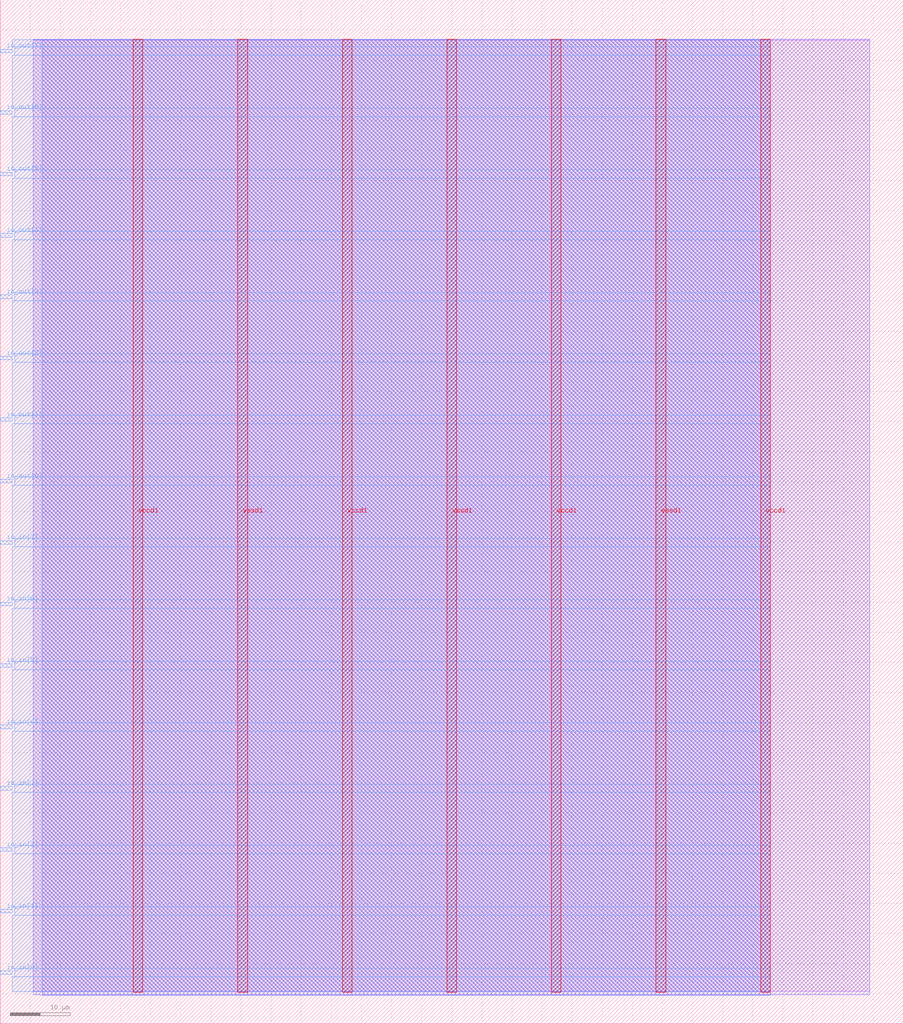
<source format=lef>
VERSION 5.7 ;
  NOWIREEXTENSIONATPIN ON ;
  DIVIDERCHAR "/" ;
  BUSBITCHARS "[]" ;
MACRO user_module_341631511790879314
  CLASS BLOCK ;
  FOREIGN user_module_341631511790879314 ;
  ORIGIN 0.000 0.000 ;
  SIZE 150.000 BY 170.000 ;
  PIN io_in[0]
    DIRECTION INPUT ;
    USE SIGNAL ;
    PORT
      LAYER met3 ;
        RECT 0.000 8.200 2.000 8.800 ;
    END
  END io_in[0]
  PIN io_in[1]
    DIRECTION INPUT ;
    USE SIGNAL ;
    PORT
      LAYER met3 ;
        RECT 0.000 18.400 2.000 19.000 ;
    END
  END io_in[1]
  PIN io_in[2]
    DIRECTION INPUT ;
    USE SIGNAL ;
    PORT
      LAYER met3 ;
        RECT 0.000 28.600 2.000 29.200 ;
    END
  END io_in[2]
  PIN io_in[3]
    DIRECTION INPUT ;
    USE SIGNAL ;
    PORT
      LAYER met3 ;
        RECT 0.000 38.800 2.000 39.400 ;
    END
  END io_in[3]
  PIN io_in[4]
    DIRECTION INPUT ;
    USE SIGNAL ;
    PORT
      LAYER met3 ;
        RECT 0.000 49.000 2.000 49.600 ;
    END
  END io_in[4]
  PIN io_in[5]
    DIRECTION INPUT ;
    USE SIGNAL ;
    PORT
      LAYER met3 ;
        RECT 0.000 59.200 2.000 59.800 ;
    END
  END io_in[5]
  PIN io_in[6]
    DIRECTION INPUT ;
    USE SIGNAL ;
    PORT
      LAYER met3 ;
        RECT 0.000 69.400 2.000 70.000 ;
    END
  END io_in[6]
  PIN io_in[7]
    DIRECTION INPUT ;
    USE SIGNAL ;
    PORT
      LAYER met3 ;
        RECT 0.000 79.600 2.000 80.200 ;
    END
  END io_in[7]
  PIN io_out[0]
    DIRECTION OUTPUT TRISTATE ;
    USE SIGNAL ;
    PORT
      LAYER met3 ;
        RECT 0.000 89.800 2.000 90.400 ;
    END
  END io_out[0]
  PIN io_out[1]
    DIRECTION OUTPUT TRISTATE ;
    USE SIGNAL ;
    PORT
      LAYER met3 ;
        RECT 0.000 100.000 2.000 100.600 ;
    END
  END io_out[1]
  PIN io_out[2]
    DIRECTION OUTPUT TRISTATE ;
    USE SIGNAL ;
    PORT
      LAYER met3 ;
        RECT 0.000 110.200 2.000 110.800 ;
    END
  END io_out[2]
  PIN io_out[3]
    DIRECTION OUTPUT TRISTATE ;
    USE SIGNAL ;
    PORT
      LAYER met3 ;
        RECT 0.000 120.400 2.000 121.000 ;
    END
  END io_out[3]
  PIN io_out[4]
    DIRECTION OUTPUT TRISTATE ;
    USE SIGNAL ;
    PORT
      LAYER met3 ;
        RECT 0.000 130.600 2.000 131.200 ;
    END
  END io_out[4]
  PIN io_out[5]
    DIRECTION OUTPUT TRISTATE ;
    USE SIGNAL ;
    PORT
      LAYER met3 ;
        RECT 0.000 140.800 2.000 141.400 ;
    END
  END io_out[5]
  PIN io_out[6]
    DIRECTION OUTPUT TRISTATE ;
    USE SIGNAL ;
    PORT
      LAYER met3 ;
        RECT 0.000 151.000 2.000 151.600 ;
    END
  END io_out[6]
  PIN io_out[7]
    DIRECTION OUTPUT TRISTATE ;
    USE SIGNAL ;
    PORT
      LAYER met3 ;
        RECT 0.000 161.200 2.000 161.800 ;
    END
  END io_out[7]
  PIN vccd1
    DIRECTION INOUT ;
    USE POWER ;
    PORT
      LAYER met4 ;
        RECT 22.090 5.200 23.690 163.440 ;
    END
    PORT
      LAYER met4 ;
        RECT 56.830 5.200 58.430 163.440 ;
    END
    PORT
      LAYER met4 ;
        RECT 91.570 5.200 93.170 163.440 ;
    END
    PORT
      LAYER met4 ;
        RECT 126.310 5.200 127.910 163.440 ;
    END
  END vccd1
  PIN vssd1
    DIRECTION INOUT ;
    USE GROUND ;
    PORT
      LAYER met4 ;
        RECT 39.460 5.200 41.060 163.440 ;
    END
    PORT
      LAYER met4 ;
        RECT 74.200 5.200 75.800 163.440 ;
    END
    PORT
      LAYER met4 ;
        RECT 108.940 5.200 110.540 163.440 ;
    END
  END vssd1
  OBS
      LAYER li1 ;
        RECT 5.520 5.355 144.440 163.285 ;
      LAYER met1 ;
        RECT 5.520 4.800 144.440 163.440 ;
      LAYER met2 ;
        RECT 6.990 4.770 127.880 163.385 ;
      LAYER met3 ;
        RECT 2.000 162.200 127.900 163.365 ;
        RECT 2.400 160.800 127.900 162.200 ;
        RECT 2.000 152.000 127.900 160.800 ;
        RECT 2.400 150.600 127.900 152.000 ;
        RECT 2.000 141.800 127.900 150.600 ;
        RECT 2.400 140.400 127.900 141.800 ;
        RECT 2.000 131.600 127.900 140.400 ;
        RECT 2.400 130.200 127.900 131.600 ;
        RECT 2.000 121.400 127.900 130.200 ;
        RECT 2.400 120.000 127.900 121.400 ;
        RECT 2.000 111.200 127.900 120.000 ;
        RECT 2.400 109.800 127.900 111.200 ;
        RECT 2.000 101.000 127.900 109.800 ;
        RECT 2.400 99.600 127.900 101.000 ;
        RECT 2.000 90.800 127.900 99.600 ;
        RECT 2.400 89.400 127.900 90.800 ;
        RECT 2.000 80.600 127.900 89.400 ;
        RECT 2.400 79.200 127.900 80.600 ;
        RECT 2.000 70.400 127.900 79.200 ;
        RECT 2.400 69.000 127.900 70.400 ;
        RECT 2.000 60.200 127.900 69.000 ;
        RECT 2.400 58.800 127.900 60.200 ;
        RECT 2.000 50.000 127.900 58.800 ;
        RECT 2.400 48.600 127.900 50.000 ;
        RECT 2.000 39.800 127.900 48.600 ;
        RECT 2.400 38.400 127.900 39.800 ;
        RECT 2.000 29.600 127.900 38.400 ;
        RECT 2.400 28.200 127.900 29.600 ;
        RECT 2.000 19.400 127.900 28.200 ;
        RECT 2.400 18.000 127.900 19.400 ;
        RECT 2.000 9.200 127.900 18.000 ;
        RECT 2.400 7.800 127.900 9.200 ;
        RECT 2.000 5.275 127.900 7.800 ;
  END
END user_module_341631511790879314
END LIBRARY


</source>
